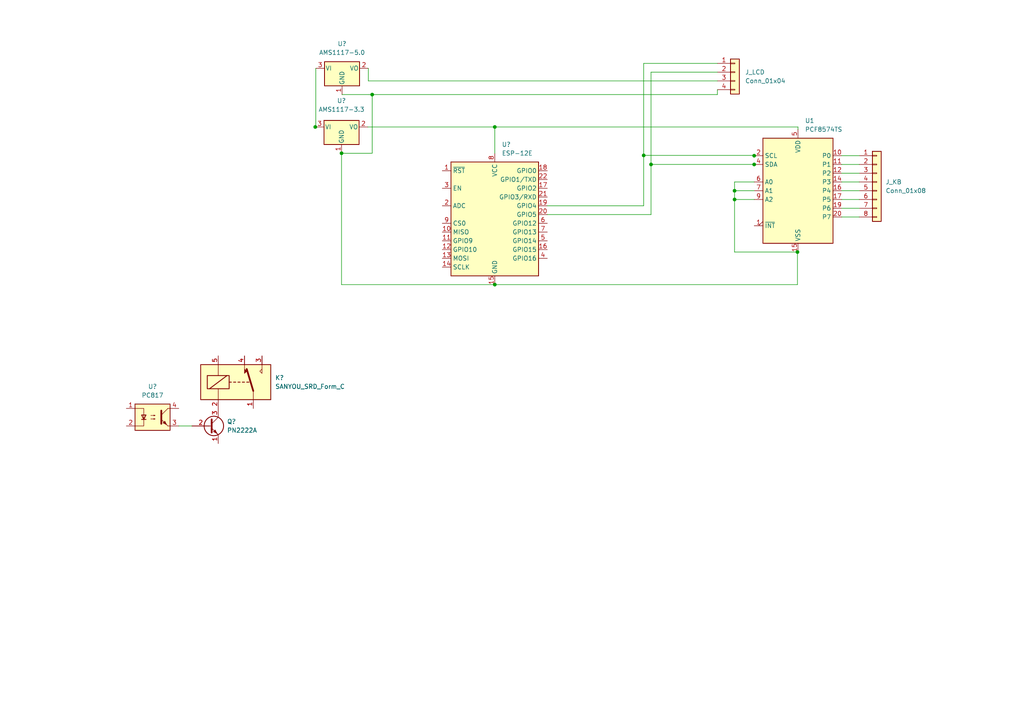
<source format=kicad_sch>
(kicad_sch (version 20211123) (generator eeschema)
  (paper "A4")
  (lib_symbols
    (symbol "Connector_Generic:Conn_01x04" (pin_names (offset 1.016) hide)
      (property "Reference" "J" (at 0 5.08 0))
      (property "Value" "Conn_01x04" (at 0 -7.62 0))
      (symbol "Conn_01x04_1_1"
        (rectangle (start -1.27 -4.953) (end 0 -5.207) (stroke (width 0.1524)))
        (rectangle (start -1.27 -2.413) (end 0 -2.667) (stroke (width 0.1524)))
        (rectangle (start -1.27 0.127) (end 0 -0.127) (stroke (width 0.1524)))
        (rectangle (start -1.27 2.667) (end 0 2.413) (stroke (width 0.1524)))
        (rectangle (start -1.27 3.81) (end 1.27 -6.35) (stroke (width 0.254)) (fill (type background)))
        (pin passive line (at -5.08 2.54 0) (length 3.81) (name "Pin_1") (number "1"))
        (pin passive line (at -5.08 0 0) (length 3.81) (name "Pin_2") (number "2"))
        (pin passive line (at -5.08 -2.54 0) (length 3.81) (name "Pin_3") (number "3"))
        (pin passive line (at -5.08 -5.08 0) (length 3.81) (name "Pin_4") (number "4"))
      )
    )
    (symbol "Connector_Generic:Conn_01x08" (pin_names (offset 1.016) hide)
      (property "Reference" "J" (at 0 10.16 0))
      (property "Value" "Conn_01x08" (at 0 -12.7 0))
      (symbol "Conn_01x08_1_1"
        (rectangle (start -1.27 -10.033) (end 0 -10.287) (stroke (width 0.1524)))
        (rectangle (start -1.27 -7.493) (end 0 -7.747) (stroke (width 0.1524)))
        (rectangle (start -1.27 -4.953) (end 0 -5.207) (stroke (width 0.1524)))
        (rectangle (start -1.27 -2.413) (end 0 -2.667) (stroke (width 0.1524)))
        (rectangle (start -1.27 0.127) (end 0 -0.127) (stroke (width 0.1524)))
        (rectangle (start -1.27 2.667) (end 0 2.413) (stroke (width 0.1524)))
        (rectangle (start -1.27 5.207) (end 0 4.953) (stroke (width 0.1524)))
        (rectangle (start -1.27 7.747) (end 0 7.493) (stroke (width 0.1524)))
        (rectangle (start -1.27 8.89) (end 1.27 -11.43) (stroke (width 0.254)) (fill (type background)))
        (pin passive line (at -5.08 7.62 0) (length 3.81) (name "Pin_1") (number "1"))
        (pin passive line (at -5.08 5.08 0) (length 3.81) (name "Pin_2") (number "2"))
        (pin passive line (at -5.08 2.54 0) (length 3.81) (name "Pin_3") (number "3"))
        (pin passive line (at -5.08 0 0) (length 3.81) (name "Pin_4") (number "4"))
        (pin passive line (at -5.08 -2.54 0) (length 3.81) (name "Pin_5") (number "5"))
        (pin passive line (at -5.08 -5.08 0) (length 3.81) (name "Pin_6") (number "6"))
        (pin passive line (at -5.08 -7.62 0) (length 3.81) (name "Pin_7") (number "7"))
        (pin passive line (at -5.08 -10.16 0) (length 3.81) (name "Pin_8") (number "8"))
      )
    )
    (symbol "Interface_Expansion:PCF8574TS"
      (property "Reference" "U" (at -8.89 16.51 0))
      (property "Value" "PCF8574TS" (at 3.81 16.51 0))
      (symbol "PCF8574TS_0_1"
        (rectangle (start -10.16 15.24) (end 10.16 -15.24) (stroke (width 0.254)) (fill (type background)))
      )
      (symbol "PCF8574TS_1_1"
        (pin open_collector output_low (at -12.7 -10.16 0) (length 2.54) (name "~{INT}") (number "1"))
        (pin bidirectional line (at 12.7 10.16 180) (length 2.54) (name "P0") (number "10"))
        (pin bidirectional line (at 12.7 7.62 180) (length 2.54) (name "P1") (number "11"))
        (pin bidirectional line (at 12.7 5.08 180) (length 2.54) (name "P2") (number "12"))
        (pin no_connect line (at -10.16 -5.08 0) (length 2.54) hide (name "NC") (number "13"))
        (pin bidirectional line (at 12.7 2.54 180) (length 2.54) (name "P3") (number "14"))
        (pin power_in line (at 0 -17.78 90) (length 2.54) (name "VSS") (number "15"))
        (pin bidirectional line (at 12.7 0 180) (length 2.54) (name "P4") (number "16"))
        (pin bidirectional line (at 12.7 -2.54 180) (length 2.54) (name "P5") (number "17"))
        (pin no_connect line (at -10.16 -7.62 0) (length 2.54) hide (name "NC") (number "18"))
        (pin bidirectional line (at 12.7 -5.08 180) (length 2.54) (name "P6") (number "19"))
        (pin input line (at -12.7 10.16 0) (length 2.54) (name "SCL") (number "2"))
        (pin bidirectional line (at 12.7 -7.62 180) (length 2.54) (name "P7") (number "20"))
        (pin no_connect line (at 10.16 -10.16 180) (length 2.54) hide (name "NC") (number "3"))
        (pin bidirectional line (at -12.7 7.62 0) (length 2.54) (name "SDA") (number "4"))
        (pin power_in line (at 0 17.78 270) (length 2.54) (name "VDD") (number "5"))
        (pin input line (at -12.7 2.54 0) (length 2.54) (name "A0") (number "6"))
        (pin input line (at -12.7 0 0) (length 2.54) (name "A1") (number "7"))
        (pin no_connect line (at 10.16 -12.7 180) (length 2.54) hide (name "NC") (number "8"))
        (pin input line (at -12.7 -2.54 0) (length 2.54) (name "A2") (number "9"))
      )
    )
    (symbol "Isolator:PC817" (pin_names (offset 1.016))
      (property "Reference" "U" (at -5.08 5.08 0))
      (property "Value" "PC817" (at 0 5.08 0))
      (symbol "PC817_0_1"
        (rectangle (start -5.08 3.81) (end 5.08 -3.81) (stroke (width 0.254)) (fill (type background)))
        (polyline (pts (xy -3.175 -0.635) (xy -1.905 -0.635)) (stroke (width 0.254)))
        (polyline (pts (xy 2.54 0.635) (xy 4.445 2.54)))
        (polyline (pts (xy 4.445 -2.54) (xy 2.54 -0.635)) (fill (type outline)))
        (polyline (pts (xy 4.445 -2.54) (xy 5.08 -2.54)))
        (polyline (pts (xy 4.445 2.54) (xy 5.08 2.54)))
        (polyline (pts (xy -5.08 2.54) (xy -2.54 2.54) (xy -2.54 -0.635)))
        (polyline (pts (xy -2.54 -0.635) (xy -2.54 -2.54) (xy -5.08 -2.54)))
        (polyline (pts (xy 2.54 1.905) (xy 2.54 -1.905) (xy 2.54 -1.905)) (stroke (width 0.508)))
        (polyline (pts (xy -2.54 -0.635) (xy -3.175 0.635) (xy -1.905 0.635) (xy -2.54 -0.635)) (stroke (width 0.254)))
        (polyline (pts (xy -0.508 -0.508) (xy 0.762 -0.508) (xy 0.381 -0.635) (xy 0.381 -0.381) (xy 0.762 -0.508)))
        (polyline (pts (xy -0.508 0.508) (xy 0.762 0.508) (xy 0.381 0.381) (xy 0.381 0.635) (xy 0.762 0.508)))
        (polyline (pts (xy 3.048 -1.651) (xy 3.556 -1.143) (xy 4.064 -2.159) (xy 3.048 -1.651) (xy 3.048 -1.651)) (fill (type outline)))
      )
      (symbol "PC817_1_1"
        (pin passive line (at -7.62 2.54 0) (length 2.54) (name "~") (number "1"))
        (pin passive line (at -7.62 -2.54 0) (length 2.54) (name "~") (number "2"))
        (pin passive line (at 7.62 -2.54 180) (length 2.54) (name "~") (number "3"))
        (pin passive line (at 7.62 2.54 180) (length 2.54) (name "~") (number "4"))
      )
    )
    (symbol "RF_Module:ESP-12E"
      (property "Reference" "U" (at -12.7 19.05 0))
      (property "Value" "ESP-12E" (at 12.7 19.05 0))
      (symbol "ESP-12E_0_1"
        (rectangle (start -12.7 17.78) (end 12.7 -15.24) (stroke (width 0.254)) (fill (type background)))
      )
      (symbol "ESP-12E_1_1"
        (pin input line (at -15.24 15.24 0) (length 2.54) (name "~{RST}") (number "1"))
        (pin bidirectional line (at -15.24 -2.54 0) (length 2.54) (name "MISO") (number "10"))
        (pin bidirectional line (at -15.24 -5.08 0) (length 2.54) (name "GPIO9") (number "11"))
        (pin bidirectional line (at -15.24 -7.62 0) (length 2.54) (name "GPIO10") (number "12"))
        (pin bidirectional line (at -15.24 -10.16 0) (length 2.54) (name "MOSI") (number "13"))
        (pin bidirectional line (at -15.24 -12.7 0) (length 2.54) (name "SCLK") (number "14"))
        (pin power_in line (at 0 -17.78 90) (length 2.54) (name "GND") (number "15"))
        (pin bidirectional line (at 15.24 -7.62 180) (length 2.54) (name "GPIO15") (number "16"))
        (pin bidirectional line (at 15.24 10.16 180) (length 2.54) (name "GPIO2") (number "17"))
        (pin bidirectional line (at 15.24 15.24 180) (length 2.54) (name "GPIO0") (number "18"))
        (pin bidirectional line (at 15.24 5.08 180) (length 2.54) (name "GPIO4") (number "19"))
        (pin input line (at -15.24 5.08 0) (length 2.54) (name "ADC") (number "2"))
        (pin bidirectional line (at 15.24 2.54 180) (length 2.54) (name "GPIO5") (number "20"))
        (pin bidirectional line (at 15.24 7.62 180) (length 2.54) (name "GPIO3/RXD") (number "21"))
        (pin bidirectional line (at 15.24 12.7 180) (length 2.54) (name "GPIO1/TXD") (number "22"))
        (pin input line (at -15.24 10.16 0) (length 2.54) (name "EN") (number "3"))
        (pin bidirectional line (at 15.24 -10.16 180) (length 2.54) (name "GPIO16") (number "4"))
        (pin bidirectional line (at 15.24 -5.08 180) (length 2.54) (name "GPIO14") (number "5"))
        (pin bidirectional line (at 15.24 0 180) (length 2.54) (name "GPIO12") (number "6"))
        (pin bidirectional line (at 15.24 -2.54 180) (length 2.54) (name "GPIO13") (number "7"))
        (pin power_in line (at 0 20.32 270) (length 2.54) (name "VCC") (number "8"))
        (pin input line (at -15.24 0 0) (length 2.54) (name "CS0") (number "9"))
      )
    )
    (symbol "Regulator_Linear:AMS1117-3.3" (pin_names (offset 0.254))
      (property "Reference" "U" (at -3.81 3.175 0))
      (property "Value" "AMS1117-3.3" (at 0 3.175 0))
      (symbol "AMS1117-3.3_0_1"
        (rectangle (start -5.08 -5.08) (end 5.08 1.905) (stroke (width 0.254)) (fill (type background)))
      )
      (symbol "AMS1117-3.3_1_1"
        (pin power_in line (at 0 -7.62 90) (length 2.54) (name "GND") (number "1"))
        (pin power_out line (at 7.62 0 180) (length 2.54) (name "VO") (number "2"))
        (pin power_in line (at -7.62 0 0) (length 2.54) (name "VI") (number "3"))
      )
    )
    (symbol "Regulator_Linear:AMS1117-5.0" (pin_names (offset 0.254))
      (property "Reference" "U" (at -3.81 3.175 0))
      (property "Value" "AMS1117-5.0" (at 0 3.175 0))
      (symbol "AMS1117-5.0_0_1"
        (rectangle (start -5.08 -5.08) (end 5.08 1.905) (stroke (width 0.254)) (fill (type background)))
      )
      (symbol "AMS1117-5.0_1_1"
        (pin power_in line (at 0 -7.62 90) (length 2.54) (name "GND") (number "1"))
        (pin power_out line (at 7.62 0 180) (length 2.54) (name "VO") (number "2"))
        (pin power_in line (at -7.62 0 0) (length 2.54) (name "VI") (number "3"))
      )
    )
    (symbol "Relay:SANYOU_SRD_Form_C"
      (property "Reference" "K" (at 11.43 3.81 0))
      (property "Value" "SANYOU_SRD_Form_C" (at 11.43 1.27 0))
      (symbol "SANYOU_SRD_Form_C_0_0"
        (polyline (pts (xy 7.62 5.08) (xy 7.62 2.54) (xy 6.985 3.175) (xy 7.62 3.81)))
      )
      (symbol "SANYOU_SRD_Form_C_0_1"
        (rectangle (start -10.16 5.08) (end 10.16 -5.08) (stroke (width 0.254)) (fill (type background)))
        (rectangle (start -8.255 1.905) (end -1.905 -1.905) (stroke (width 0.254)))
        (polyline (pts (xy -7.62 -1.905) (xy -2.54 1.905)) (stroke (width 0.254)))
        (polyline (pts (xy -5.08 -5.08) (xy -5.08 -1.905)))
        (polyline (pts (xy -5.08 5.08) (xy -5.08 1.905)))
        (polyline (pts (xy -1.905 0) (xy -1.27 0)) (stroke (width 0.254)))
        (polyline (pts (xy -0.635 0) (xy 0 0)) (stroke (width 0.254)))
        (polyline (pts (xy 0.635 0) (xy 1.27 0)) (stroke (width 0.254)))
        (polyline (pts (xy 1.905 0) (xy 2.54 0)) (stroke (width 0.254)))
        (polyline (pts (xy 3.175 0) (xy 3.81 0)) (stroke (width 0.254)))
        (polyline (pts (xy 5.08 -2.54) (xy 3.175 3.81)) (stroke (width 0.508)))
        (polyline (pts (xy 5.08 -2.54) (xy 5.08 -5.08)))
      )
      (symbol "SANYOU_SRD_Form_C_1_1"
        (polyline (pts (xy 2.54 3.81) (xy 3.175 3.175) (xy 2.54 2.54) (xy 2.54 5.08)) (fill (type outline)))
        (pin passive line (at 5.08 -7.62 90) (length 2.54) (name "~") (number "1"))
        (pin passive line (at -5.08 -7.62 90) (length 2.54) (name "~") (number "2"))
        (pin passive line (at 7.62 7.62 270) (length 2.54) (name "~") (number "3"))
        (pin passive line (at 2.54 7.62 270) (length 2.54) (name "~") (number "4"))
        (pin passive line (at -5.08 7.62 270) (length 2.54) (name "~") (number "5"))
      )
    )
    (symbol "Transistor_BJT:PN2222A" (pin_names (offset 0) hide)
      (property "Reference" "Q" (at 5.08 1.905 0))
      (property "Value" "PN2222A" (at 5.08 0 0))
      (symbol "PN2222A_0_1"
        (polyline (pts (xy 0 0) (xy 0.635 0)))
        (polyline (pts (xy 2.54 -2.54) (xy 0.635 -0.635)))
        (polyline (pts (xy 2.54 2.54) (xy 0.635 0.635)))
        (polyline (pts (xy 0.635 1.905) (xy 0.635 -1.905) (xy 0.635 -1.905)) (stroke (width 0.508)))
        (polyline (pts (xy 2.413 -2.413) (xy 1.905 -1.905) (xy 1.905 -1.905)))
        (polyline (pts (xy 1.143 -1.651) (xy 1.651 -1.143) (xy 2.159 -2.159) (xy 1.143 -1.651) (xy 1.143 -1.651)) (fill (type outline)))
        (circle (center 1.27 0) (radius 2.8194) (stroke (width 0.254)))
      )
      (symbol "PN2222A_1_1"
        (pin passive line (at 2.54 -5.08 90) (length 2.54) (name "E") (number "1"))
        (pin input line (at -5.08 0 0) (length 5.08) (name "B") (number "2"))
        (pin passive line (at 2.54 5.08 270) (length 2.54) (name "C") (number "3"))
      )
    )
  )
  (junction (at 91.44 36.83))
  (junction (at 213.0514 55.3212))
  (junction (at 218.7448 47.7012))
  (junction (at 186.69 45.0732))
  (junction (at 143.51 82.55))
  (junction (at 213.0514 57.8612))
  (junction (at 107.9548 27.432))
  (junction (at 143.51 36.83))
  (junction (at 99.06 44.45))
  (junction (at 188.8236 47.6918))
  (junction (at 218.7448 45.1612))
  (junction (at 231.2932 73.1012))
  (wire (pts (xy 107.9548 44.45) (xy 99.06 44.45)))
  (wire (pts (xy 244.1448 45.1612) (xy 249.2248 45.1612)))
  (wire (pts (xy 244.1448 57.8612) (xy 249.2248 57.8612)))
  (wire (pts (xy 186.69 59.69) (xy 186.69 45.0732)))
  (wire (pts (xy 208.0768 27.432) (xy 208.0768 26.0096)))
  (wire (pts (xy 107.9548 27.432) (xy 107.9548 44.45)))
  (wire (pts (xy 218.7448 52.7812) (xy 213.0514 52.7812)))
  (wire (pts (xy 213.0514 57.8612) (xy 218.7448 57.8612)))
  (wire (pts (xy 158.75 62.23) (xy 188.8236 62.23)))
  (wire (pts (xy 231.4448 73.1012) (xy 231.2932 73.1012)))
  (wire (pts (xy 244.1448 50.2412) (xy 249.2248 50.2412)))
  (wire (pts (xy 186.69 18.3896) (xy 208.0768 18.3896)))
  (wire (pts (xy 188.8236 62.23) (xy 188.8236 47.6918)))
  (wire (pts (xy 231.4448 36.83) (xy 231.4448 37.5412)))
  (wire (pts (xy 99.06 82.55) (xy 143.51 82.55)))
  (wire (pts (xy 218.7448 45.0732) (xy 218.7448 45.1612)))
  (wire (pts (xy 231.2932 73.1012) (xy 213.0514 73.1012)))
  (wire (pts (xy 213.0514 55.3212) (xy 213.0514 57.8612)))
  (wire (pts (xy 231.2932 82.55) (xy 143.51 82.55)))
  (wire (pts (xy 91.5924 36.83) (xy 91.44 36.83)))
  (wire (pts (xy 244.1448 60.4012) (xy 249.2248 60.4012)))
  (wire (pts (xy 213.0514 73.1012) (xy 213.0514 57.8612)))
  (wire (pts (xy 213.0514 55.3212) (xy 218.7448 55.3212)))
  (wire (pts (xy 186.69 45.0732) (xy 218.7448 45.0732)))
  (wire (pts (xy 213.0514 52.7812) (xy 213.0514 55.3212)))
  (wire (pts (xy 55.6768 123.5456) (xy 51.8668 123.5456)))
  (wire (pts (xy 188.8236 47.6918) (xy 218.7448 47.6918)))
  (wire (pts (xy 244.1448 55.3212) (xy 249.2248 55.3212)))
  (wire (pts (xy 99.06 44.45) (xy 99.06 82.55)))
  (wire (pts (xy 218.7448 47.6918) (xy 218.7448 47.7012)))
  (wire (pts (xy 188.8236 47.6918) (xy 188.8236 20.9296)))
  (wire (pts (xy 186.69 45.0732) (xy 186.69 18.3896)))
  (wire (pts (xy 188.8236 20.9296) (xy 208.0768 20.9296)))
  (wire (pts (xy 91.5924 19.812) (xy 91.5924 36.83)))
  (wire (pts (xy 244.1448 52.7812) (xy 249.2248 52.7812)))
  (wire (pts (xy 99.2124 27.432) (xy 107.9548 27.432)))
  (wire (pts (xy 106.8324 19.812) (xy 106.8324 23.4696)))
  (wire (pts (xy 244.1448 47.7012) (xy 249.2248 47.7012)))
  (wire (pts (xy 106.68 36.83) (xy 143.51 36.83)))
  (wire (pts (xy 107.9548 27.432) (xy 208.0768 27.432)))
  (wire (pts (xy 158.75 59.69) (xy 186.69 59.69)))
  (wire (pts (xy 143.51 36.83) (xy 143.51 44.45)))
  (wire (pts (xy 231.2932 73.1012) (xy 231.2932 82.55)))
  (wire (pts (xy 143.51 36.83) (xy 231.4448 36.83)))
  (wire (pts (xy 106.8324 23.4696) (xy 208.0768 23.4696)))
  (wire (pts (xy 244.1448 62.9412) (xy 249.2248 62.9412)))
  (symbol (lib_id "Regulator_Linear:AMS1117-5.0") (at 99.2124 19.812 0) (unit 1)
    (property "Reference" "U?" (at 99.2124 12.7 0))
    (property "Value" "AMS1117-5.0" (at 99.2124 15.24 0))
    (property "Footprint" "Package_TO_SOT_SMD:SOT-223-3_TabPin2" (effects hide))
    (property "Datasheet" "http://www.advanced-monolithic.com/pdf/ds1117.pdf" (effects hide))
  )
  (symbol (lib_id "Connector_Generic:Conn_01x08") (at 254.3048 52.7812 0) (unit 1)
    (property "Reference" "J_KB" (at 256.8448 52.7811 0) (effects (justify left)))
    (property "Value" "Conn_01x08" (at 256.8448 55.3211 0) (effects (justify left)))
    (property "Footprint" "Connector_PinHeader_2.54mm:PinHeader_1x08_P2.54mm_Vertical" (effects hide))
  )
  (symbol (lib_id "Relay:SANYOU_SRD_Form_C") (at 68.3768 110.8456 0) (unit 1)
    (property "Reference" "K?" (at 79.8068 109.5755 0) (effects (justify left)))
    (property "Value" "SANYOU_SRD_Form_C" (at 79.8068 112.1155 0) (effects (justify left)))
    (property "Footprint" "Relay_THT:Relay_SPDT_SANYOU_SRD_Series_Form_C" (effects hide))
    (property "Datasheet" "http://www.sanyourelay.ca/public/products/pdf/SRD.pdf" (effects hide))
  )
  (symbol (lib_id "Regulator_Linear:AMS1117-3.3") (at 99.06 36.83 0) (unit 1)
    (property "Reference" "U?" (at 99.06 29.21 0))
    (property "Value" "AMS1117-3.3" (at 99.06 31.75 0))
    (property "Footprint" "Package_TO_SOT_SMD:SOT-223-3_TabPin2" (effects hide))
    (property "Datasheet" "http://www.advanced-monolithic.com/pdf/ds1117.pdf" (effects hide))
  )
  (symbol (lib_id "Connector_Generic:Conn_01x04") (at 213.1568 20.9296 0) (unit 1)
    (property "Reference" "J_LCD" (at 216.1032 20.9295 0) (effects (justify left)))
    (property "Value" "Conn_01x04" (at 216.1032 23.4695 0) (effects (justify left)))
  )
  (symbol (lib_id "Interface_Expansion:PCF8574TS") (at 231.4448 55.3212 0) (unit 1)
    (property "Reference" "U1" (at 233.4642 35.0012 0) (effects (justify left)))
    (property "Value" "PCF8574TS" (at 233.4642 37.5412 0) (effects (justify left)))
    (property "Footprint" "Package_SO:SSOP-20_4.4x6.5mm_P0.65mm" (effects hide))
    (property "Datasheet" "http://www.nxp.com/documents/data_sheet/PCF8574_PCF8574A.pdf" (effects hide))
  )
  (symbol (lib_id "Transistor_BJT:PN2222A") (at 60.7568 123.5456 0) (unit 1)
    (property "Reference" "Q?" (at 65.8368 122.2755 0) (effects (justify left)))
    (property "Value" "PN2222A" (at 65.8368 124.8155 0) (effects (justify left)))
    (property "Footprint" "Package_TO_SOT_THT:TO-92_Inline" (effects hide))
    (property "Datasheet" "https://www.onsemi.com/pub/Collateral/PN2222-D.PDF" (effects hide))
  )
  (symbol (lib_id "RF_Module:ESP-12E") (at 143.51 64.77 0) (unit 1)
    (property "Reference" "U?" (at 145.5294 41.91 0) (effects (justify left)))
    (property "Value" "ESP-12E" (at 145.5294 44.45 0) (effects (justify left)))
    (property "Footprint" "RF_Module:ESP-12E" (effects hide))
    (property "Datasheet" "http://wiki.ai-thinker.com/_media/esp8266/esp8266_series_modules_user_manual_v1.1.pdf" (effects hide))
  )
  (symbol (lib_id "Isolator:PC817") (at 44.2468 121.0056 0) (unit 1)
    (property "Reference" "U?" (at 44.2468 112.1156 0))
    (property "Value" "PC817" (at 44.2468 114.6556 0))
    (property "Footprint" "Package_DIP:DIP-4_W7.62mm" (effects hide))
    (property "Datasheet" "http://www.soselectronic.cz/a_info/resource/d/pc817.pdf" (effects hide))
  )
)
</source>
